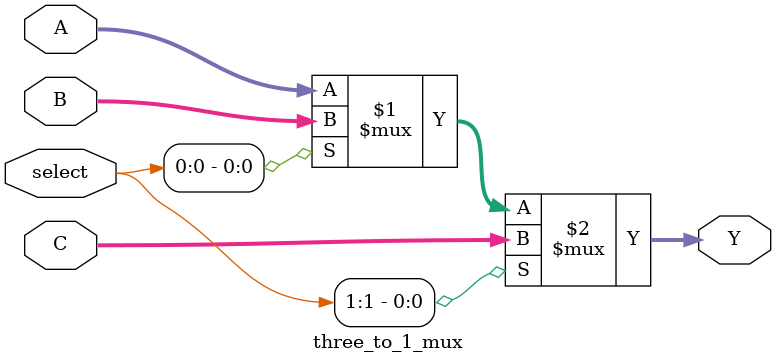
<source format=sv>
`timescale 1ns / 1ps


module three_to_1_mux #(parameter N = 32)(
    input logic [N-1:0] A, 
    input logic [N-1:0] B,
    input logic [N-1:0] C,
    input logic [1:0] select,
    output logic [N-1:0] Y
    );
    
    assign Y = select[1] ? C : (select[0] ? B : A); 
endmodule

</source>
